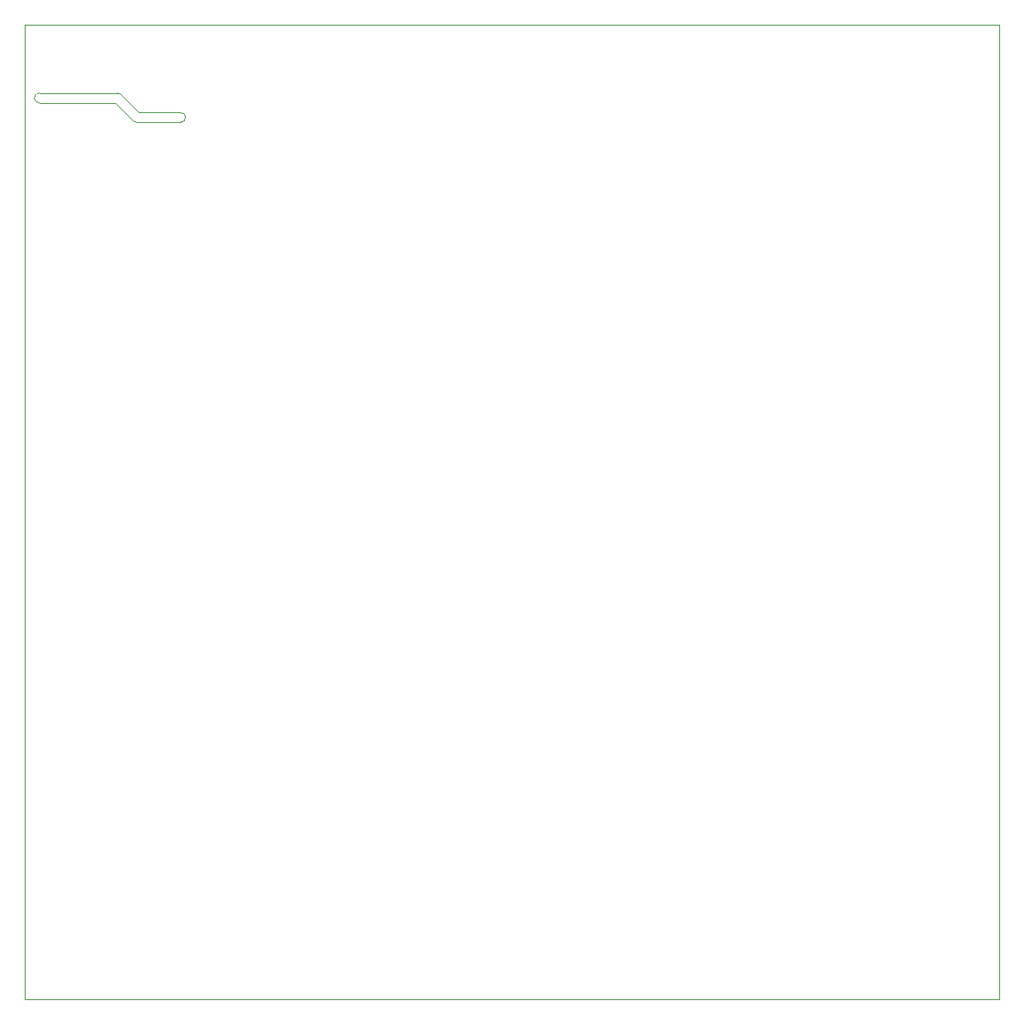
<source format=gm1>
%TF.GenerationSoftware,KiCad,Pcbnew,(5.1.6)-1*%
%TF.CreationDate,2021-04-18T17:59:40-07:00*%
%TF.ProjectId,pwr_supply,7077725f-7375-4707-906c-792e6b696361,rev?*%
%TF.SameCoordinates,Original*%
%TF.FileFunction,Profile,NP*%
%FSLAX46Y46*%
G04 Gerber Fmt 4.6, Leading zero omitted, Abs format (unit mm)*
G04 Created by KiCad (PCBNEW (5.1.6)-1) date 2021-04-18 17:59:40*
%MOMM*%
%LPD*%
G01*
G04 APERTURE LIST*
%TA.AperFunction,Profile*%
%ADD10C,0.050000*%
%TD*%
G04 APERTURE END LIST*
D10*
X9499999Y92999999D02*
G75*
G02*
X9799999Y92900000I1J-499999D01*
G01*
X1500000Y92000000D02*
X9300000Y92000000D01*
X11500001Y90000001D02*
G75*
G02*
X11200001Y90100000I-1J499999D01*
G01*
X16000000Y91000000D02*
X11700000Y91000000D01*
X9800000Y92900000D02*
X11700000Y91000000D01*
X11200000Y90100000D02*
X9300000Y92000000D01*
X11500000Y90000000D02*
X16000000Y90000000D01*
X16000000Y91000000D02*
G75*
G02*
X16000000Y90000000I0J-500000D01*
G01*
X1500000Y93000000D02*
X9500000Y93000000D01*
X1500000Y92000000D02*
G75*
G02*
X1500000Y93000000I0J500000D01*
G01*
X0Y100000000D02*
X100000000Y100000000D01*
X100000000Y0D02*
X0Y0D01*
X0Y100000000D02*
X0Y0D01*
X100000000Y100000000D02*
X100000000Y0D01*
M02*

</source>
